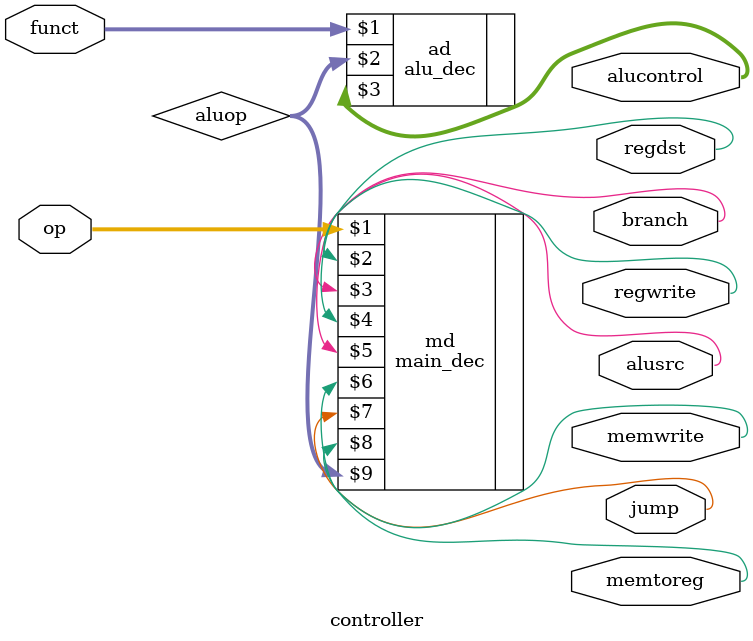
<source format=v>
`timescale 1ns / 1ps


module controller(
    input wire [5:0] op,funct,
    output wire regdst,branch,regwrite,alusrc,memwrite,jump,memtoreg,
    output [2:0] alucontrol
    );
	wire [1:0] aluop;
	main_dec md(op,regdst,branch,regwrite,alusrc,memwrite,jump,memtoreg,aluop);
	alu_dec ad(funct,aluop,alucontrol);
endmodule


</source>
